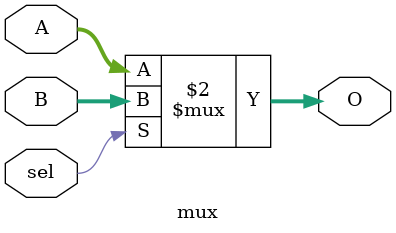
<source format=v>
/****************************************************************
 - Project        : RISC-V Design
 - File name      : mux.v
 - Description    : mux design
 - Owner          : Hyuntaek.Jung
 - Revision History : 1) 2024.10.07 : Initial release
****************************************************************/
module mux #(
    parameter N = 32
)(
    input [N-1:0] A, B,
    input sel,        
    output [N-1:0] O 
);
    assign O = (~sel) ? A : B ;

endmodule
</source>
